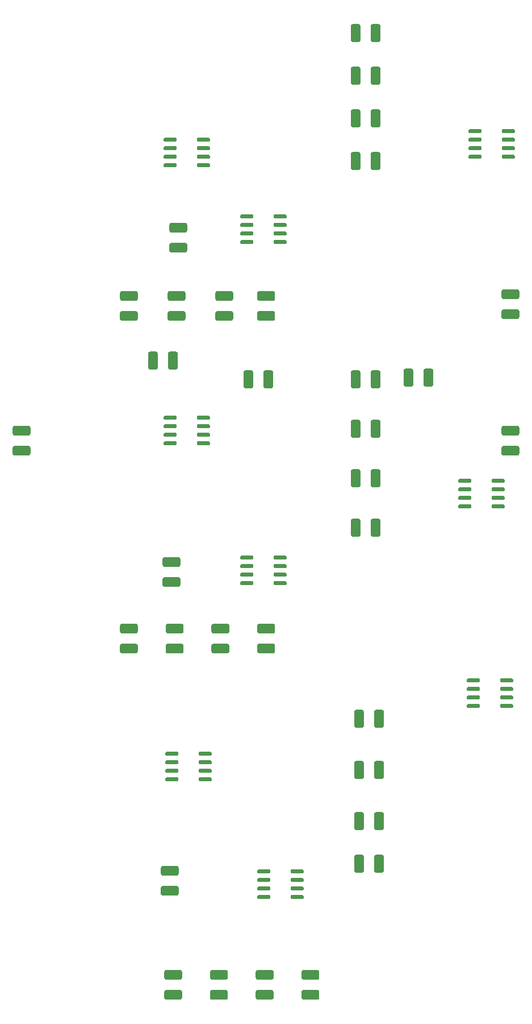
<source format=gtp>
%TF.GenerationSoftware,KiCad,Pcbnew,(5.1.6)-1*%
%TF.CreationDate,2024-03-01T18:25:56-06:00*%
%TF.ProjectId,Loop PCVR,4c6f6f70-2050-4435-9652-2e6b69636164,rev?*%
%TF.SameCoordinates,Original*%
%TF.FileFunction,Paste,Top*%
%TF.FilePolarity,Positive*%
%FSLAX46Y46*%
G04 Gerber Fmt 4.6, Leading zero omitted, Abs format (unit mm)*
G04 Created by KiCad (PCBNEW (5.1.6)-1) date 2024-03-01 18:25:56*
%MOMM*%
%LPD*%
G01*
G04 APERTURE LIST*
G04 APERTURE END LIST*
%TO.C,U7*%
G36*
G01*
X99036000Y-31265000D02*
X99036000Y-30965000D01*
G75*
G02*
X99186000Y-30815000I150000J0D01*
G01*
X100836000Y-30815000D01*
G75*
G02*
X100986000Y-30965000I0J-150000D01*
G01*
X100986000Y-31265000D01*
G75*
G02*
X100836000Y-31415000I-150000J0D01*
G01*
X99186000Y-31415000D01*
G75*
G02*
X99036000Y-31265000I0J150000D01*
G01*
G37*
G36*
G01*
X99036000Y-32535000D02*
X99036000Y-32235000D01*
G75*
G02*
X99186000Y-32085000I150000J0D01*
G01*
X100836000Y-32085000D01*
G75*
G02*
X100986000Y-32235000I0J-150000D01*
G01*
X100986000Y-32535000D01*
G75*
G02*
X100836000Y-32685000I-150000J0D01*
G01*
X99186000Y-32685000D01*
G75*
G02*
X99036000Y-32535000I0J150000D01*
G01*
G37*
G36*
G01*
X99036000Y-33805000D02*
X99036000Y-33505000D01*
G75*
G02*
X99186000Y-33355000I150000J0D01*
G01*
X100836000Y-33355000D01*
G75*
G02*
X100986000Y-33505000I0J-150000D01*
G01*
X100986000Y-33805000D01*
G75*
G02*
X100836000Y-33955000I-150000J0D01*
G01*
X99186000Y-33955000D01*
G75*
G02*
X99036000Y-33805000I0J150000D01*
G01*
G37*
G36*
G01*
X99036000Y-35075000D02*
X99036000Y-34775000D01*
G75*
G02*
X99186000Y-34625000I150000J0D01*
G01*
X100836000Y-34625000D01*
G75*
G02*
X100986000Y-34775000I0J-150000D01*
G01*
X100986000Y-35075000D01*
G75*
G02*
X100836000Y-35225000I-150000J0D01*
G01*
X99186000Y-35225000D01*
G75*
G02*
X99036000Y-35075000I0J150000D01*
G01*
G37*
G36*
G01*
X94086000Y-35075000D02*
X94086000Y-34775000D01*
G75*
G02*
X94236000Y-34625000I150000J0D01*
G01*
X95886000Y-34625000D01*
G75*
G02*
X96036000Y-34775000I0J-150000D01*
G01*
X96036000Y-35075000D01*
G75*
G02*
X95886000Y-35225000I-150000J0D01*
G01*
X94236000Y-35225000D01*
G75*
G02*
X94086000Y-35075000I0J150000D01*
G01*
G37*
G36*
G01*
X94086000Y-33805000D02*
X94086000Y-33505000D01*
G75*
G02*
X94236000Y-33355000I150000J0D01*
G01*
X95886000Y-33355000D01*
G75*
G02*
X96036000Y-33505000I0J-150000D01*
G01*
X96036000Y-33805000D01*
G75*
G02*
X95886000Y-33955000I-150000J0D01*
G01*
X94236000Y-33955000D01*
G75*
G02*
X94086000Y-33805000I0J150000D01*
G01*
G37*
G36*
G01*
X94086000Y-32535000D02*
X94086000Y-32235000D01*
G75*
G02*
X94236000Y-32085000I150000J0D01*
G01*
X95886000Y-32085000D01*
G75*
G02*
X96036000Y-32235000I0J-150000D01*
G01*
X96036000Y-32535000D01*
G75*
G02*
X95886000Y-32685000I-150000J0D01*
G01*
X94236000Y-32685000D01*
G75*
G02*
X94086000Y-32535000I0J150000D01*
G01*
G37*
G36*
G01*
X94086000Y-31265000D02*
X94086000Y-30965000D01*
G75*
G02*
X94236000Y-30815000I150000J0D01*
G01*
X95886000Y-30815000D01*
G75*
G02*
X96036000Y-30965000I0J-150000D01*
G01*
X96036000Y-31265000D01*
G75*
G02*
X95886000Y-31415000I-150000J0D01*
G01*
X94236000Y-31415000D01*
G75*
G02*
X94086000Y-31265000I0J150000D01*
G01*
G37*
%TD*%
%TO.C,U9*%
G36*
G01*
X98782000Y-113053000D02*
X98782000Y-112753000D01*
G75*
G02*
X98932000Y-112603000I150000J0D01*
G01*
X100582000Y-112603000D01*
G75*
G02*
X100732000Y-112753000I0J-150000D01*
G01*
X100732000Y-113053000D01*
G75*
G02*
X100582000Y-113203000I-150000J0D01*
G01*
X98932000Y-113203000D01*
G75*
G02*
X98782000Y-113053000I0J150000D01*
G01*
G37*
G36*
G01*
X98782000Y-114323000D02*
X98782000Y-114023000D01*
G75*
G02*
X98932000Y-113873000I150000J0D01*
G01*
X100582000Y-113873000D01*
G75*
G02*
X100732000Y-114023000I0J-150000D01*
G01*
X100732000Y-114323000D01*
G75*
G02*
X100582000Y-114473000I-150000J0D01*
G01*
X98932000Y-114473000D01*
G75*
G02*
X98782000Y-114323000I0J150000D01*
G01*
G37*
G36*
G01*
X98782000Y-115593000D02*
X98782000Y-115293000D01*
G75*
G02*
X98932000Y-115143000I150000J0D01*
G01*
X100582000Y-115143000D01*
G75*
G02*
X100732000Y-115293000I0J-150000D01*
G01*
X100732000Y-115593000D01*
G75*
G02*
X100582000Y-115743000I-150000J0D01*
G01*
X98932000Y-115743000D01*
G75*
G02*
X98782000Y-115593000I0J150000D01*
G01*
G37*
G36*
G01*
X98782000Y-116863000D02*
X98782000Y-116563000D01*
G75*
G02*
X98932000Y-116413000I150000J0D01*
G01*
X100582000Y-116413000D01*
G75*
G02*
X100732000Y-116563000I0J-150000D01*
G01*
X100732000Y-116863000D01*
G75*
G02*
X100582000Y-117013000I-150000J0D01*
G01*
X98932000Y-117013000D01*
G75*
G02*
X98782000Y-116863000I0J150000D01*
G01*
G37*
G36*
G01*
X93832000Y-116863000D02*
X93832000Y-116563000D01*
G75*
G02*
X93982000Y-116413000I150000J0D01*
G01*
X95632000Y-116413000D01*
G75*
G02*
X95782000Y-116563000I0J-150000D01*
G01*
X95782000Y-116863000D01*
G75*
G02*
X95632000Y-117013000I-150000J0D01*
G01*
X93982000Y-117013000D01*
G75*
G02*
X93832000Y-116863000I0J150000D01*
G01*
G37*
G36*
G01*
X93832000Y-115593000D02*
X93832000Y-115293000D01*
G75*
G02*
X93982000Y-115143000I150000J0D01*
G01*
X95632000Y-115143000D01*
G75*
G02*
X95782000Y-115293000I0J-150000D01*
G01*
X95782000Y-115593000D01*
G75*
G02*
X95632000Y-115743000I-150000J0D01*
G01*
X93982000Y-115743000D01*
G75*
G02*
X93832000Y-115593000I0J150000D01*
G01*
G37*
G36*
G01*
X93832000Y-114323000D02*
X93832000Y-114023000D01*
G75*
G02*
X93982000Y-113873000I150000J0D01*
G01*
X95632000Y-113873000D01*
G75*
G02*
X95782000Y-114023000I0J-150000D01*
G01*
X95782000Y-114323000D01*
G75*
G02*
X95632000Y-114473000I-150000J0D01*
G01*
X93982000Y-114473000D01*
G75*
G02*
X93832000Y-114323000I0J150000D01*
G01*
G37*
G36*
G01*
X93832000Y-113053000D02*
X93832000Y-112753000D01*
G75*
G02*
X93982000Y-112603000I150000J0D01*
G01*
X95632000Y-112603000D01*
G75*
G02*
X95782000Y-112753000I0J-150000D01*
G01*
X95782000Y-113053000D01*
G75*
G02*
X95632000Y-113203000I-150000J0D01*
G01*
X93982000Y-113203000D01*
G75*
G02*
X93832000Y-113053000I0J150000D01*
G01*
G37*
%TD*%
%TO.C,U8*%
G36*
G01*
X97512000Y-83335000D02*
X97512000Y-83035000D01*
G75*
G02*
X97662000Y-82885000I150000J0D01*
G01*
X99312000Y-82885000D01*
G75*
G02*
X99462000Y-83035000I0J-150000D01*
G01*
X99462000Y-83335000D01*
G75*
G02*
X99312000Y-83485000I-150000J0D01*
G01*
X97662000Y-83485000D01*
G75*
G02*
X97512000Y-83335000I0J150000D01*
G01*
G37*
G36*
G01*
X97512000Y-84605000D02*
X97512000Y-84305000D01*
G75*
G02*
X97662000Y-84155000I150000J0D01*
G01*
X99312000Y-84155000D01*
G75*
G02*
X99462000Y-84305000I0J-150000D01*
G01*
X99462000Y-84605000D01*
G75*
G02*
X99312000Y-84755000I-150000J0D01*
G01*
X97662000Y-84755000D01*
G75*
G02*
X97512000Y-84605000I0J150000D01*
G01*
G37*
G36*
G01*
X97512000Y-85875000D02*
X97512000Y-85575000D01*
G75*
G02*
X97662000Y-85425000I150000J0D01*
G01*
X99312000Y-85425000D01*
G75*
G02*
X99462000Y-85575000I0J-150000D01*
G01*
X99462000Y-85875000D01*
G75*
G02*
X99312000Y-86025000I-150000J0D01*
G01*
X97662000Y-86025000D01*
G75*
G02*
X97512000Y-85875000I0J150000D01*
G01*
G37*
G36*
G01*
X97512000Y-87145000D02*
X97512000Y-86845000D01*
G75*
G02*
X97662000Y-86695000I150000J0D01*
G01*
X99312000Y-86695000D01*
G75*
G02*
X99462000Y-86845000I0J-150000D01*
G01*
X99462000Y-87145000D01*
G75*
G02*
X99312000Y-87295000I-150000J0D01*
G01*
X97662000Y-87295000D01*
G75*
G02*
X97512000Y-87145000I0J150000D01*
G01*
G37*
G36*
G01*
X92562000Y-87145000D02*
X92562000Y-86845000D01*
G75*
G02*
X92712000Y-86695000I150000J0D01*
G01*
X94362000Y-86695000D01*
G75*
G02*
X94512000Y-86845000I0J-150000D01*
G01*
X94512000Y-87145000D01*
G75*
G02*
X94362000Y-87295000I-150000J0D01*
G01*
X92712000Y-87295000D01*
G75*
G02*
X92562000Y-87145000I0J150000D01*
G01*
G37*
G36*
G01*
X92562000Y-85875000D02*
X92562000Y-85575000D01*
G75*
G02*
X92712000Y-85425000I150000J0D01*
G01*
X94362000Y-85425000D01*
G75*
G02*
X94512000Y-85575000I0J-150000D01*
G01*
X94512000Y-85875000D01*
G75*
G02*
X94362000Y-86025000I-150000J0D01*
G01*
X92712000Y-86025000D01*
G75*
G02*
X92562000Y-85875000I0J150000D01*
G01*
G37*
G36*
G01*
X92562000Y-84605000D02*
X92562000Y-84305000D01*
G75*
G02*
X92712000Y-84155000I150000J0D01*
G01*
X94362000Y-84155000D01*
G75*
G02*
X94512000Y-84305000I0J-150000D01*
G01*
X94512000Y-84605000D01*
G75*
G02*
X94362000Y-84755000I-150000J0D01*
G01*
X92712000Y-84755000D01*
G75*
G02*
X92562000Y-84605000I0J150000D01*
G01*
G37*
G36*
G01*
X92562000Y-83335000D02*
X92562000Y-83035000D01*
G75*
G02*
X92712000Y-82885000I150000J0D01*
G01*
X94362000Y-82885000D01*
G75*
G02*
X94512000Y-83035000I0J-150000D01*
G01*
X94512000Y-83335000D01*
G75*
G02*
X94362000Y-83485000I-150000J0D01*
G01*
X92712000Y-83485000D01*
G75*
G02*
X92562000Y-83335000I0J150000D01*
G01*
G37*
%TD*%
%TO.C,R33*%
G36*
G01*
X99255000Y-77991000D02*
X101405000Y-77991000D01*
G75*
G02*
X101655000Y-78241000I0J-250000D01*
G01*
X101655000Y-79166000D01*
G75*
G02*
X101405000Y-79416000I-250000J0D01*
G01*
X99255000Y-79416000D01*
G75*
G02*
X99005000Y-79166000I0J250000D01*
G01*
X99005000Y-78241000D01*
G75*
G02*
X99255000Y-77991000I250000J0D01*
G01*
G37*
G36*
G01*
X99255000Y-75016000D02*
X101405000Y-75016000D01*
G75*
G02*
X101655000Y-75266000I0J-250000D01*
G01*
X101655000Y-76191000D01*
G75*
G02*
X101405000Y-76441000I-250000J0D01*
G01*
X99255000Y-76441000D01*
G75*
G02*
X99005000Y-76191000I0J250000D01*
G01*
X99005000Y-75266000D01*
G75*
G02*
X99255000Y-75016000I250000J0D01*
G01*
G37*
%TD*%
%TO.C,R32*%
G36*
G01*
X85839000Y-66743000D02*
X85839000Y-68893000D01*
G75*
G02*
X85589000Y-69143000I-250000J0D01*
G01*
X84664000Y-69143000D01*
G75*
G02*
X84414000Y-68893000I0J250000D01*
G01*
X84414000Y-66743000D01*
G75*
G02*
X84664000Y-66493000I250000J0D01*
G01*
X85589000Y-66493000D01*
G75*
G02*
X85839000Y-66743000I0J-250000D01*
G01*
G37*
G36*
G01*
X88814000Y-66743000D02*
X88814000Y-68893000D01*
G75*
G02*
X88564000Y-69143000I-250000J0D01*
G01*
X87639000Y-69143000D01*
G75*
G02*
X87389000Y-68893000I0J250000D01*
G01*
X87389000Y-66743000D01*
G75*
G02*
X87639000Y-66493000I250000J0D01*
G01*
X88564000Y-66493000D01*
G75*
G02*
X88814000Y-66743000I0J-250000D01*
G01*
G37*
%TD*%
%TO.C,R31*%
G36*
G01*
X101405000Y-56121000D02*
X99255000Y-56121000D01*
G75*
G02*
X99005000Y-55871000I0J250000D01*
G01*
X99005000Y-54946000D01*
G75*
G02*
X99255000Y-54696000I250000J0D01*
G01*
X101405000Y-54696000D01*
G75*
G02*
X101655000Y-54946000I0J-250000D01*
G01*
X101655000Y-55871000D01*
G75*
G02*
X101405000Y-56121000I-250000J0D01*
G01*
G37*
G36*
G01*
X101405000Y-59096000D02*
X99255000Y-59096000D01*
G75*
G02*
X99005000Y-58846000I0J250000D01*
G01*
X99005000Y-57921000D01*
G75*
G02*
X99255000Y-57671000I250000J0D01*
G01*
X101405000Y-57671000D01*
G75*
G02*
X101655000Y-57921000I0J-250000D01*
G01*
X101655000Y-58846000D01*
G75*
G02*
X101405000Y-59096000I-250000J0D01*
G01*
G37*
%TD*%
%TO.C,U6*%
G36*
G01*
X67540000Y-141501000D02*
X67540000Y-141201000D01*
G75*
G02*
X67690000Y-141051000I150000J0D01*
G01*
X69340000Y-141051000D01*
G75*
G02*
X69490000Y-141201000I0J-150000D01*
G01*
X69490000Y-141501000D01*
G75*
G02*
X69340000Y-141651000I-150000J0D01*
G01*
X67690000Y-141651000D01*
G75*
G02*
X67540000Y-141501000I0J150000D01*
G01*
G37*
G36*
G01*
X67540000Y-142771000D02*
X67540000Y-142471000D01*
G75*
G02*
X67690000Y-142321000I150000J0D01*
G01*
X69340000Y-142321000D01*
G75*
G02*
X69490000Y-142471000I0J-150000D01*
G01*
X69490000Y-142771000D01*
G75*
G02*
X69340000Y-142921000I-150000J0D01*
G01*
X67690000Y-142921000D01*
G75*
G02*
X67540000Y-142771000I0J150000D01*
G01*
G37*
G36*
G01*
X67540000Y-144041000D02*
X67540000Y-143741000D01*
G75*
G02*
X67690000Y-143591000I150000J0D01*
G01*
X69340000Y-143591000D01*
G75*
G02*
X69490000Y-143741000I0J-150000D01*
G01*
X69490000Y-144041000D01*
G75*
G02*
X69340000Y-144191000I-150000J0D01*
G01*
X67690000Y-144191000D01*
G75*
G02*
X67540000Y-144041000I0J150000D01*
G01*
G37*
G36*
G01*
X67540000Y-145311000D02*
X67540000Y-145011000D01*
G75*
G02*
X67690000Y-144861000I150000J0D01*
G01*
X69340000Y-144861000D01*
G75*
G02*
X69490000Y-145011000I0J-150000D01*
G01*
X69490000Y-145311000D01*
G75*
G02*
X69340000Y-145461000I-150000J0D01*
G01*
X67690000Y-145461000D01*
G75*
G02*
X67540000Y-145311000I0J150000D01*
G01*
G37*
G36*
G01*
X62590000Y-145311000D02*
X62590000Y-145011000D01*
G75*
G02*
X62740000Y-144861000I150000J0D01*
G01*
X64390000Y-144861000D01*
G75*
G02*
X64540000Y-145011000I0J-150000D01*
G01*
X64540000Y-145311000D01*
G75*
G02*
X64390000Y-145461000I-150000J0D01*
G01*
X62740000Y-145461000D01*
G75*
G02*
X62590000Y-145311000I0J150000D01*
G01*
G37*
G36*
G01*
X62590000Y-144041000D02*
X62590000Y-143741000D01*
G75*
G02*
X62740000Y-143591000I150000J0D01*
G01*
X64390000Y-143591000D01*
G75*
G02*
X64540000Y-143741000I0J-150000D01*
G01*
X64540000Y-144041000D01*
G75*
G02*
X64390000Y-144191000I-150000J0D01*
G01*
X62740000Y-144191000D01*
G75*
G02*
X62590000Y-144041000I0J150000D01*
G01*
G37*
G36*
G01*
X62590000Y-142771000D02*
X62590000Y-142471000D01*
G75*
G02*
X62740000Y-142321000I150000J0D01*
G01*
X64390000Y-142321000D01*
G75*
G02*
X64540000Y-142471000I0J-150000D01*
G01*
X64540000Y-142771000D01*
G75*
G02*
X64390000Y-142921000I-150000J0D01*
G01*
X62740000Y-142921000D01*
G75*
G02*
X62590000Y-142771000I0J150000D01*
G01*
G37*
G36*
G01*
X62590000Y-141501000D02*
X62590000Y-141201000D01*
G75*
G02*
X62740000Y-141051000I150000J0D01*
G01*
X64390000Y-141051000D01*
G75*
G02*
X64540000Y-141201000I0J-150000D01*
G01*
X64540000Y-141501000D01*
G75*
G02*
X64390000Y-141651000I-150000J0D01*
G01*
X62740000Y-141651000D01*
G75*
G02*
X62590000Y-141501000I0J150000D01*
G01*
G37*
%TD*%
%TO.C,U5*%
G36*
G01*
X65000000Y-94765000D02*
X65000000Y-94465000D01*
G75*
G02*
X65150000Y-94315000I150000J0D01*
G01*
X66800000Y-94315000D01*
G75*
G02*
X66950000Y-94465000I0J-150000D01*
G01*
X66950000Y-94765000D01*
G75*
G02*
X66800000Y-94915000I-150000J0D01*
G01*
X65150000Y-94915000D01*
G75*
G02*
X65000000Y-94765000I0J150000D01*
G01*
G37*
G36*
G01*
X65000000Y-96035000D02*
X65000000Y-95735000D01*
G75*
G02*
X65150000Y-95585000I150000J0D01*
G01*
X66800000Y-95585000D01*
G75*
G02*
X66950000Y-95735000I0J-150000D01*
G01*
X66950000Y-96035000D01*
G75*
G02*
X66800000Y-96185000I-150000J0D01*
G01*
X65150000Y-96185000D01*
G75*
G02*
X65000000Y-96035000I0J150000D01*
G01*
G37*
G36*
G01*
X65000000Y-97305000D02*
X65000000Y-97005000D01*
G75*
G02*
X65150000Y-96855000I150000J0D01*
G01*
X66800000Y-96855000D01*
G75*
G02*
X66950000Y-97005000I0J-150000D01*
G01*
X66950000Y-97305000D01*
G75*
G02*
X66800000Y-97455000I-150000J0D01*
G01*
X65150000Y-97455000D01*
G75*
G02*
X65000000Y-97305000I0J150000D01*
G01*
G37*
G36*
G01*
X65000000Y-98575000D02*
X65000000Y-98275000D01*
G75*
G02*
X65150000Y-98125000I150000J0D01*
G01*
X66800000Y-98125000D01*
G75*
G02*
X66950000Y-98275000I0J-150000D01*
G01*
X66950000Y-98575000D01*
G75*
G02*
X66800000Y-98725000I-150000J0D01*
G01*
X65150000Y-98725000D01*
G75*
G02*
X65000000Y-98575000I0J150000D01*
G01*
G37*
G36*
G01*
X60050000Y-98575000D02*
X60050000Y-98275000D01*
G75*
G02*
X60200000Y-98125000I150000J0D01*
G01*
X61850000Y-98125000D01*
G75*
G02*
X62000000Y-98275000I0J-150000D01*
G01*
X62000000Y-98575000D01*
G75*
G02*
X61850000Y-98725000I-150000J0D01*
G01*
X60200000Y-98725000D01*
G75*
G02*
X60050000Y-98575000I0J150000D01*
G01*
G37*
G36*
G01*
X60050000Y-97305000D02*
X60050000Y-97005000D01*
G75*
G02*
X60200000Y-96855000I150000J0D01*
G01*
X61850000Y-96855000D01*
G75*
G02*
X62000000Y-97005000I0J-150000D01*
G01*
X62000000Y-97305000D01*
G75*
G02*
X61850000Y-97455000I-150000J0D01*
G01*
X60200000Y-97455000D01*
G75*
G02*
X60050000Y-97305000I0J150000D01*
G01*
G37*
G36*
G01*
X60050000Y-96035000D02*
X60050000Y-95735000D01*
G75*
G02*
X60200000Y-95585000I150000J0D01*
G01*
X61850000Y-95585000D01*
G75*
G02*
X62000000Y-95735000I0J-150000D01*
G01*
X62000000Y-96035000D01*
G75*
G02*
X61850000Y-96185000I-150000J0D01*
G01*
X60200000Y-96185000D01*
G75*
G02*
X60050000Y-96035000I0J150000D01*
G01*
G37*
G36*
G01*
X60050000Y-94765000D02*
X60050000Y-94465000D01*
G75*
G02*
X60200000Y-94315000I150000J0D01*
G01*
X61850000Y-94315000D01*
G75*
G02*
X62000000Y-94465000I0J-150000D01*
G01*
X62000000Y-94765000D01*
G75*
G02*
X61850000Y-94915000I-150000J0D01*
G01*
X60200000Y-94915000D01*
G75*
G02*
X60050000Y-94765000I0J150000D01*
G01*
G37*
%TD*%
%TO.C,U4*%
G36*
G01*
X65000000Y-43965000D02*
X65000000Y-43665000D01*
G75*
G02*
X65150000Y-43515000I150000J0D01*
G01*
X66800000Y-43515000D01*
G75*
G02*
X66950000Y-43665000I0J-150000D01*
G01*
X66950000Y-43965000D01*
G75*
G02*
X66800000Y-44115000I-150000J0D01*
G01*
X65150000Y-44115000D01*
G75*
G02*
X65000000Y-43965000I0J150000D01*
G01*
G37*
G36*
G01*
X65000000Y-45235000D02*
X65000000Y-44935000D01*
G75*
G02*
X65150000Y-44785000I150000J0D01*
G01*
X66800000Y-44785000D01*
G75*
G02*
X66950000Y-44935000I0J-150000D01*
G01*
X66950000Y-45235000D01*
G75*
G02*
X66800000Y-45385000I-150000J0D01*
G01*
X65150000Y-45385000D01*
G75*
G02*
X65000000Y-45235000I0J150000D01*
G01*
G37*
G36*
G01*
X65000000Y-46505000D02*
X65000000Y-46205000D01*
G75*
G02*
X65150000Y-46055000I150000J0D01*
G01*
X66800000Y-46055000D01*
G75*
G02*
X66950000Y-46205000I0J-150000D01*
G01*
X66950000Y-46505000D01*
G75*
G02*
X66800000Y-46655000I-150000J0D01*
G01*
X65150000Y-46655000D01*
G75*
G02*
X65000000Y-46505000I0J150000D01*
G01*
G37*
G36*
G01*
X65000000Y-47775000D02*
X65000000Y-47475000D01*
G75*
G02*
X65150000Y-47325000I150000J0D01*
G01*
X66800000Y-47325000D01*
G75*
G02*
X66950000Y-47475000I0J-150000D01*
G01*
X66950000Y-47775000D01*
G75*
G02*
X66800000Y-47925000I-150000J0D01*
G01*
X65150000Y-47925000D01*
G75*
G02*
X65000000Y-47775000I0J150000D01*
G01*
G37*
G36*
G01*
X60050000Y-47775000D02*
X60050000Y-47475000D01*
G75*
G02*
X60200000Y-47325000I150000J0D01*
G01*
X61850000Y-47325000D01*
G75*
G02*
X62000000Y-47475000I0J-150000D01*
G01*
X62000000Y-47775000D01*
G75*
G02*
X61850000Y-47925000I-150000J0D01*
G01*
X60200000Y-47925000D01*
G75*
G02*
X60050000Y-47775000I0J150000D01*
G01*
G37*
G36*
G01*
X60050000Y-46505000D02*
X60050000Y-46205000D01*
G75*
G02*
X60200000Y-46055000I150000J0D01*
G01*
X61850000Y-46055000D01*
G75*
G02*
X62000000Y-46205000I0J-150000D01*
G01*
X62000000Y-46505000D01*
G75*
G02*
X61850000Y-46655000I-150000J0D01*
G01*
X60200000Y-46655000D01*
G75*
G02*
X60050000Y-46505000I0J150000D01*
G01*
G37*
G36*
G01*
X60050000Y-45235000D02*
X60050000Y-44935000D01*
G75*
G02*
X60200000Y-44785000I150000J0D01*
G01*
X61850000Y-44785000D01*
G75*
G02*
X62000000Y-44935000I0J-150000D01*
G01*
X62000000Y-45235000D01*
G75*
G02*
X61850000Y-45385000I-150000J0D01*
G01*
X60200000Y-45385000D01*
G75*
G02*
X60050000Y-45235000I0J150000D01*
G01*
G37*
G36*
G01*
X60050000Y-43965000D02*
X60050000Y-43665000D01*
G75*
G02*
X60200000Y-43515000I150000J0D01*
G01*
X61850000Y-43515000D01*
G75*
G02*
X62000000Y-43665000I0J-150000D01*
G01*
X62000000Y-43965000D01*
G75*
G02*
X61850000Y-44115000I-150000J0D01*
G01*
X60200000Y-44115000D01*
G75*
G02*
X60050000Y-43965000I0J150000D01*
G01*
G37*
%TD*%
%TO.C,U3*%
G36*
G01*
X53824000Y-123975000D02*
X53824000Y-123675000D01*
G75*
G02*
X53974000Y-123525000I150000J0D01*
G01*
X55624000Y-123525000D01*
G75*
G02*
X55774000Y-123675000I0J-150000D01*
G01*
X55774000Y-123975000D01*
G75*
G02*
X55624000Y-124125000I-150000J0D01*
G01*
X53974000Y-124125000D01*
G75*
G02*
X53824000Y-123975000I0J150000D01*
G01*
G37*
G36*
G01*
X53824000Y-125245000D02*
X53824000Y-124945000D01*
G75*
G02*
X53974000Y-124795000I150000J0D01*
G01*
X55624000Y-124795000D01*
G75*
G02*
X55774000Y-124945000I0J-150000D01*
G01*
X55774000Y-125245000D01*
G75*
G02*
X55624000Y-125395000I-150000J0D01*
G01*
X53974000Y-125395000D01*
G75*
G02*
X53824000Y-125245000I0J150000D01*
G01*
G37*
G36*
G01*
X53824000Y-126515000D02*
X53824000Y-126215000D01*
G75*
G02*
X53974000Y-126065000I150000J0D01*
G01*
X55624000Y-126065000D01*
G75*
G02*
X55774000Y-126215000I0J-150000D01*
G01*
X55774000Y-126515000D01*
G75*
G02*
X55624000Y-126665000I-150000J0D01*
G01*
X53974000Y-126665000D01*
G75*
G02*
X53824000Y-126515000I0J150000D01*
G01*
G37*
G36*
G01*
X53824000Y-127785000D02*
X53824000Y-127485000D01*
G75*
G02*
X53974000Y-127335000I150000J0D01*
G01*
X55624000Y-127335000D01*
G75*
G02*
X55774000Y-127485000I0J-150000D01*
G01*
X55774000Y-127785000D01*
G75*
G02*
X55624000Y-127935000I-150000J0D01*
G01*
X53974000Y-127935000D01*
G75*
G02*
X53824000Y-127785000I0J150000D01*
G01*
G37*
G36*
G01*
X48874000Y-127785000D02*
X48874000Y-127485000D01*
G75*
G02*
X49024000Y-127335000I150000J0D01*
G01*
X50674000Y-127335000D01*
G75*
G02*
X50824000Y-127485000I0J-150000D01*
G01*
X50824000Y-127785000D01*
G75*
G02*
X50674000Y-127935000I-150000J0D01*
G01*
X49024000Y-127935000D01*
G75*
G02*
X48874000Y-127785000I0J150000D01*
G01*
G37*
G36*
G01*
X48874000Y-126515000D02*
X48874000Y-126215000D01*
G75*
G02*
X49024000Y-126065000I150000J0D01*
G01*
X50674000Y-126065000D01*
G75*
G02*
X50824000Y-126215000I0J-150000D01*
G01*
X50824000Y-126515000D01*
G75*
G02*
X50674000Y-126665000I-150000J0D01*
G01*
X49024000Y-126665000D01*
G75*
G02*
X48874000Y-126515000I0J150000D01*
G01*
G37*
G36*
G01*
X48874000Y-125245000D02*
X48874000Y-124945000D01*
G75*
G02*
X49024000Y-124795000I150000J0D01*
G01*
X50674000Y-124795000D01*
G75*
G02*
X50824000Y-124945000I0J-150000D01*
G01*
X50824000Y-125245000D01*
G75*
G02*
X50674000Y-125395000I-150000J0D01*
G01*
X49024000Y-125395000D01*
G75*
G02*
X48874000Y-125245000I0J150000D01*
G01*
G37*
G36*
G01*
X48874000Y-123975000D02*
X48874000Y-123675000D01*
G75*
G02*
X49024000Y-123525000I150000J0D01*
G01*
X50674000Y-123525000D01*
G75*
G02*
X50824000Y-123675000I0J-150000D01*
G01*
X50824000Y-123975000D01*
G75*
G02*
X50674000Y-124125000I-150000J0D01*
G01*
X49024000Y-124125000D01*
G75*
G02*
X48874000Y-123975000I0J150000D01*
G01*
G37*
%TD*%
%TO.C,U2*%
G36*
G01*
X53570000Y-73937000D02*
X53570000Y-73637000D01*
G75*
G02*
X53720000Y-73487000I150000J0D01*
G01*
X55370000Y-73487000D01*
G75*
G02*
X55520000Y-73637000I0J-150000D01*
G01*
X55520000Y-73937000D01*
G75*
G02*
X55370000Y-74087000I-150000J0D01*
G01*
X53720000Y-74087000D01*
G75*
G02*
X53570000Y-73937000I0J150000D01*
G01*
G37*
G36*
G01*
X53570000Y-75207000D02*
X53570000Y-74907000D01*
G75*
G02*
X53720000Y-74757000I150000J0D01*
G01*
X55370000Y-74757000D01*
G75*
G02*
X55520000Y-74907000I0J-150000D01*
G01*
X55520000Y-75207000D01*
G75*
G02*
X55370000Y-75357000I-150000J0D01*
G01*
X53720000Y-75357000D01*
G75*
G02*
X53570000Y-75207000I0J150000D01*
G01*
G37*
G36*
G01*
X53570000Y-76477000D02*
X53570000Y-76177000D01*
G75*
G02*
X53720000Y-76027000I150000J0D01*
G01*
X55370000Y-76027000D01*
G75*
G02*
X55520000Y-76177000I0J-150000D01*
G01*
X55520000Y-76477000D01*
G75*
G02*
X55370000Y-76627000I-150000J0D01*
G01*
X53720000Y-76627000D01*
G75*
G02*
X53570000Y-76477000I0J150000D01*
G01*
G37*
G36*
G01*
X53570000Y-77747000D02*
X53570000Y-77447000D01*
G75*
G02*
X53720000Y-77297000I150000J0D01*
G01*
X55370000Y-77297000D01*
G75*
G02*
X55520000Y-77447000I0J-150000D01*
G01*
X55520000Y-77747000D01*
G75*
G02*
X55370000Y-77897000I-150000J0D01*
G01*
X53720000Y-77897000D01*
G75*
G02*
X53570000Y-77747000I0J150000D01*
G01*
G37*
G36*
G01*
X48620000Y-77747000D02*
X48620000Y-77447000D01*
G75*
G02*
X48770000Y-77297000I150000J0D01*
G01*
X50420000Y-77297000D01*
G75*
G02*
X50570000Y-77447000I0J-150000D01*
G01*
X50570000Y-77747000D01*
G75*
G02*
X50420000Y-77897000I-150000J0D01*
G01*
X48770000Y-77897000D01*
G75*
G02*
X48620000Y-77747000I0J150000D01*
G01*
G37*
G36*
G01*
X48620000Y-76477000D02*
X48620000Y-76177000D01*
G75*
G02*
X48770000Y-76027000I150000J0D01*
G01*
X50420000Y-76027000D01*
G75*
G02*
X50570000Y-76177000I0J-150000D01*
G01*
X50570000Y-76477000D01*
G75*
G02*
X50420000Y-76627000I-150000J0D01*
G01*
X48770000Y-76627000D01*
G75*
G02*
X48620000Y-76477000I0J150000D01*
G01*
G37*
G36*
G01*
X48620000Y-75207000D02*
X48620000Y-74907000D01*
G75*
G02*
X48770000Y-74757000I150000J0D01*
G01*
X50420000Y-74757000D01*
G75*
G02*
X50570000Y-74907000I0J-150000D01*
G01*
X50570000Y-75207000D01*
G75*
G02*
X50420000Y-75357000I-150000J0D01*
G01*
X48770000Y-75357000D01*
G75*
G02*
X48620000Y-75207000I0J150000D01*
G01*
G37*
G36*
G01*
X48620000Y-73937000D02*
X48620000Y-73637000D01*
G75*
G02*
X48770000Y-73487000I150000J0D01*
G01*
X50420000Y-73487000D01*
G75*
G02*
X50570000Y-73637000I0J-150000D01*
G01*
X50570000Y-73937000D01*
G75*
G02*
X50420000Y-74087000I-150000J0D01*
G01*
X48770000Y-74087000D01*
G75*
G02*
X48620000Y-73937000I0J150000D01*
G01*
G37*
%TD*%
%TO.C,U1*%
G36*
G01*
X53570000Y-32535000D02*
X53570000Y-32235000D01*
G75*
G02*
X53720000Y-32085000I150000J0D01*
G01*
X55370000Y-32085000D01*
G75*
G02*
X55520000Y-32235000I0J-150000D01*
G01*
X55520000Y-32535000D01*
G75*
G02*
X55370000Y-32685000I-150000J0D01*
G01*
X53720000Y-32685000D01*
G75*
G02*
X53570000Y-32535000I0J150000D01*
G01*
G37*
G36*
G01*
X53570000Y-33805000D02*
X53570000Y-33505000D01*
G75*
G02*
X53720000Y-33355000I150000J0D01*
G01*
X55370000Y-33355000D01*
G75*
G02*
X55520000Y-33505000I0J-150000D01*
G01*
X55520000Y-33805000D01*
G75*
G02*
X55370000Y-33955000I-150000J0D01*
G01*
X53720000Y-33955000D01*
G75*
G02*
X53570000Y-33805000I0J150000D01*
G01*
G37*
G36*
G01*
X53570000Y-35075000D02*
X53570000Y-34775000D01*
G75*
G02*
X53720000Y-34625000I150000J0D01*
G01*
X55370000Y-34625000D01*
G75*
G02*
X55520000Y-34775000I0J-150000D01*
G01*
X55520000Y-35075000D01*
G75*
G02*
X55370000Y-35225000I-150000J0D01*
G01*
X53720000Y-35225000D01*
G75*
G02*
X53570000Y-35075000I0J150000D01*
G01*
G37*
G36*
G01*
X53570000Y-36345000D02*
X53570000Y-36045000D01*
G75*
G02*
X53720000Y-35895000I150000J0D01*
G01*
X55370000Y-35895000D01*
G75*
G02*
X55520000Y-36045000I0J-150000D01*
G01*
X55520000Y-36345000D01*
G75*
G02*
X55370000Y-36495000I-150000J0D01*
G01*
X53720000Y-36495000D01*
G75*
G02*
X53570000Y-36345000I0J150000D01*
G01*
G37*
G36*
G01*
X48620000Y-36345000D02*
X48620000Y-36045000D01*
G75*
G02*
X48770000Y-35895000I150000J0D01*
G01*
X50420000Y-35895000D01*
G75*
G02*
X50570000Y-36045000I0J-150000D01*
G01*
X50570000Y-36345000D01*
G75*
G02*
X50420000Y-36495000I-150000J0D01*
G01*
X48770000Y-36495000D01*
G75*
G02*
X48620000Y-36345000I0J150000D01*
G01*
G37*
G36*
G01*
X48620000Y-35075000D02*
X48620000Y-34775000D01*
G75*
G02*
X48770000Y-34625000I150000J0D01*
G01*
X50420000Y-34625000D01*
G75*
G02*
X50570000Y-34775000I0J-150000D01*
G01*
X50570000Y-35075000D01*
G75*
G02*
X50420000Y-35225000I-150000J0D01*
G01*
X48770000Y-35225000D01*
G75*
G02*
X48620000Y-35075000I0J150000D01*
G01*
G37*
G36*
G01*
X48620000Y-33805000D02*
X48620000Y-33505000D01*
G75*
G02*
X48770000Y-33355000I150000J0D01*
G01*
X50420000Y-33355000D01*
G75*
G02*
X50570000Y-33505000I0J-150000D01*
G01*
X50570000Y-33805000D01*
G75*
G02*
X50420000Y-33955000I-150000J0D01*
G01*
X48770000Y-33955000D01*
G75*
G02*
X48620000Y-33805000I0J150000D01*
G01*
G37*
G36*
G01*
X48620000Y-32535000D02*
X48620000Y-32235000D01*
G75*
G02*
X48770000Y-32085000I150000J0D01*
G01*
X50420000Y-32085000D01*
G75*
G02*
X50570000Y-32235000I0J-150000D01*
G01*
X50570000Y-32535000D01*
G75*
G02*
X50420000Y-32685000I-150000J0D01*
G01*
X48770000Y-32685000D01*
G75*
G02*
X48620000Y-32535000I0J150000D01*
G01*
G37*
%TD*%
%TO.C,R29*%
G36*
G01*
X63513000Y-69147000D02*
X63513000Y-66997000D01*
G75*
G02*
X63763000Y-66747000I250000J0D01*
G01*
X64688000Y-66747000D01*
G75*
G02*
X64938000Y-66997000I0J-250000D01*
G01*
X64938000Y-69147000D01*
G75*
G02*
X64688000Y-69397000I-250000J0D01*
G01*
X63763000Y-69397000D01*
G75*
G02*
X63513000Y-69147000I0J250000D01*
G01*
G37*
G36*
G01*
X60538000Y-69147000D02*
X60538000Y-66997000D01*
G75*
G02*
X60788000Y-66747000I250000J0D01*
G01*
X61713000Y-66747000D01*
G75*
G02*
X61963000Y-66997000I0J-250000D01*
G01*
X61963000Y-69147000D01*
G75*
G02*
X61713000Y-69397000I-250000J0D01*
G01*
X60788000Y-69397000D01*
G75*
G02*
X60538000Y-69147000I0J250000D01*
G01*
G37*
%TD*%
%TO.C,R28*%
G36*
G01*
X49289000Y-66353000D02*
X49289000Y-64203000D01*
G75*
G02*
X49539000Y-63953000I250000J0D01*
G01*
X50464000Y-63953000D01*
G75*
G02*
X50714000Y-64203000I0J-250000D01*
G01*
X50714000Y-66353000D01*
G75*
G02*
X50464000Y-66603000I-250000J0D01*
G01*
X49539000Y-66603000D01*
G75*
G02*
X49289000Y-66353000I0J250000D01*
G01*
G37*
G36*
G01*
X46314000Y-66353000D02*
X46314000Y-64203000D01*
G75*
G02*
X46564000Y-63953000I250000J0D01*
G01*
X47489000Y-63953000D01*
G75*
G02*
X47739000Y-64203000I0J-250000D01*
G01*
X47739000Y-66353000D01*
G75*
G02*
X47489000Y-66603000I-250000J0D01*
G01*
X46564000Y-66603000D01*
G75*
G02*
X46314000Y-66353000I0J250000D01*
G01*
G37*
%TD*%
%TO.C,R30*%
G36*
G01*
X26357000Y-77991000D02*
X28507000Y-77991000D01*
G75*
G02*
X28757000Y-78241000I0J-250000D01*
G01*
X28757000Y-79166000D01*
G75*
G02*
X28507000Y-79416000I-250000J0D01*
G01*
X26357000Y-79416000D01*
G75*
G02*
X26107000Y-79166000I0J250000D01*
G01*
X26107000Y-78241000D01*
G75*
G02*
X26357000Y-77991000I250000J0D01*
G01*
G37*
G36*
G01*
X26357000Y-75016000D02*
X28507000Y-75016000D01*
G75*
G02*
X28757000Y-75266000I0J-250000D01*
G01*
X28757000Y-76191000D01*
G75*
G02*
X28507000Y-76441000I-250000J0D01*
G01*
X26357000Y-76441000D01*
G75*
G02*
X26107000Y-76191000I0J250000D01*
G01*
X26107000Y-75266000D01*
G75*
G02*
X26357000Y-75016000I250000J0D01*
G01*
G37*
%TD*%
%TO.C,R27*%
G36*
G01*
X80023000Y-141283000D02*
X80023000Y-139133000D01*
G75*
G02*
X80273000Y-138883000I250000J0D01*
G01*
X81198000Y-138883000D01*
G75*
G02*
X81448000Y-139133000I0J-250000D01*
G01*
X81448000Y-141283000D01*
G75*
G02*
X81198000Y-141533000I-250000J0D01*
G01*
X80273000Y-141533000D01*
G75*
G02*
X80023000Y-141283000I0J250000D01*
G01*
G37*
G36*
G01*
X77048000Y-141283000D02*
X77048000Y-139133000D01*
G75*
G02*
X77298000Y-138883000I250000J0D01*
G01*
X78223000Y-138883000D01*
G75*
G02*
X78473000Y-139133000I0J-250000D01*
G01*
X78473000Y-141283000D01*
G75*
G02*
X78223000Y-141533000I-250000J0D01*
G01*
X77298000Y-141533000D01*
G75*
G02*
X77048000Y-141283000I0J250000D01*
G01*
G37*
%TD*%
%TO.C,R26*%
G36*
G01*
X80023000Y-134933000D02*
X80023000Y-132783000D01*
G75*
G02*
X80273000Y-132533000I250000J0D01*
G01*
X81198000Y-132533000D01*
G75*
G02*
X81448000Y-132783000I0J-250000D01*
G01*
X81448000Y-134933000D01*
G75*
G02*
X81198000Y-135183000I-250000J0D01*
G01*
X80273000Y-135183000D01*
G75*
G02*
X80023000Y-134933000I0J250000D01*
G01*
G37*
G36*
G01*
X77048000Y-134933000D02*
X77048000Y-132783000D01*
G75*
G02*
X77298000Y-132533000I250000J0D01*
G01*
X78223000Y-132533000D01*
G75*
G02*
X78473000Y-132783000I0J-250000D01*
G01*
X78473000Y-134933000D01*
G75*
G02*
X78223000Y-135183000I-250000J0D01*
G01*
X77298000Y-135183000D01*
G75*
G02*
X77048000Y-134933000I0J250000D01*
G01*
G37*
%TD*%
%TO.C,R25*%
G36*
G01*
X80023000Y-127313000D02*
X80023000Y-125163000D01*
G75*
G02*
X80273000Y-124913000I250000J0D01*
G01*
X81198000Y-124913000D01*
G75*
G02*
X81448000Y-125163000I0J-250000D01*
G01*
X81448000Y-127313000D01*
G75*
G02*
X81198000Y-127563000I-250000J0D01*
G01*
X80273000Y-127563000D01*
G75*
G02*
X80023000Y-127313000I0J250000D01*
G01*
G37*
G36*
G01*
X77048000Y-127313000D02*
X77048000Y-125163000D01*
G75*
G02*
X77298000Y-124913000I250000J0D01*
G01*
X78223000Y-124913000D01*
G75*
G02*
X78473000Y-125163000I0J-250000D01*
G01*
X78473000Y-127313000D01*
G75*
G02*
X78223000Y-127563000I-250000J0D01*
G01*
X77298000Y-127563000D01*
G75*
G02*
X77048000Y-127313000I0J250000D01*
G01*
G37*
%TD*%
%TO.C,R24*%
G36*
G01*
X80023000Y-119693000D02*
X80023000Y-117543000D01*
G75*
G02*
X80273000Y-117293000I250000J0D01*
G01*
X81198000Y-117293000D01*
G75*
G02*
X81448000Y-117543000I0J-250000D01*
G01*
X81448000Y-119693000D01*
G75*
G02*
X81198000Y-119943000I-250000J0D01*
G01*
X80273000Y-119943000D01*
G75*
G02*
X80023000Y-119693000I0J250000D01*
G01*
G37*
G36*
G01*
X77048000Y-119693000D02*
X77048000Y-117543000D01*
G75*
G02*
X77298000Y-117293000I250000J0D01*
G01*
X78223000Y-117293000D01*
G75*
G02*
X78473000Y-117543000I0J-250000D01*
G01*
X78473000Y-119693000D01*
G75*
G02*
X78223000Y-119943000I-250000J0D01*
G01*
X77298000Y-119943000D01*
G75*
G02*
X77048000Y-119693000I0J250000D01*
G01*
G37*
%TD*%
%TO.C,R23*%
G36*
G01*
X79515000Y-91245000D02*
X79515000Y-89095000D01*
G75*
G02*
X79765000Y-88845000I250000J0D01*
G01*
X80690000Y-88845000D01*
G75*
G02*
X80940000Y-89095000I0J-250000D01*
G01*
X80940000Y-91245000D01*
G75*
G02*
X80690000Y-91495000I-250000J0D01*
G01*
X79765000Y-91495000D01*
G75*
G02*
X79515000Y-91245000I0J250000D01*
G01*
G37*
G36*
G01*
X76540000Y-91245000D02*
X76540000Y-89095000D01*
G75*
G02*
X76790000Y-88845000I250000J0D01*
G01*
X77715000Y-88845000D01*
G75*
G02*
X77965000Y-89095000I0J-250000D01*
G01*
X77965000Y-91245000D01*
G75*
G02*
X77715000Y-91495000I-250000J0D01*
G01*
X76790000Y-91495000D01*
G75*
G02*
X76540000Y-91245000I0J250000D01*
G01*
G37*
%TD*%
%TO.C,R22*%
G36*
G01*
X79515000Y-83879000D02*
X79515000Y-81729000D01*
G75*
G02*
X79765000Y-81479000I250000J0D01*
G01*
X80690000Y-81479000D01*
G75*
G02*
X80940000Y-81729000I0J-250000D01*
G01*
X80940000Y-83879000D01*
G75*
G02*
X80690000Y-84129000I-250000J0D01*
G01*
X79765000Y-84129000D01*
G75*
G02*
X79515000Y-83879000I0J250000D01*
G01*
G37*
G36*
G01*
X76540000Y-83879000D02*
X76540000Y-81729000D01*
G75*
G02*
X76790000Y-81479000I250000J0D01*
G01*
X77715000Y-81479000D01*
G75*
G02*
X77965000Y-81729000I0J-250000D01*
G01*
X77965000Y-83879000D01*
G75*
G02*
X77715000Y-84129000I-250000J0D01*
G01*
X76790000Y-84129000D01*
G75*
G02*
X76540000Y-83879000I0J250000D01*
G01*
G37*
%TD*%
%TO.C,R21*%
G36*
G01*
X79515000Y-76513000D02*
X79515000Y-74363000D01*
G75*
G02*
X79765000Y-74113000I250000J0D01*
G01*
X80690000Y-74113000D01*
G75*
G02*
X80940000Y-74363000I0J-250000D01*
G01*
X80940000Y-76513000D01*
G75*
G02*
X80690000Y-76763000I-250000J0D01*
G01*
X79765000Y-76763000D01*
G75*
G02*
X79515000Y-76513000I0J250000D01*
G01*
G37*
G36*
G01*
X76540000Y-76513000D02*
X76540000Y-74363000D01*
G75*
G02*
X76790000Y-74113000I250000J0D01*
G01*
X77715000Y-74113000D01*
G75*
G02*
X77965000Y-74363000I0J-250000D01*
G01*
X77965000Y-76513000D01*
G75*
G02*
X77715000Y-76763000I-250000J0D01*
G01*
X76790000Y-76763000D01*
G75*
G02*
X76540000Y-76513000I0J250000D01*
G01*
G37*
%TD*%
%TO.C,R20*%
G36*
G01*
X79515000Y-69147000D02*
X79515000Y-66997000D01*
G75*
G02*
X79765000Y-66747000I250000J0D01*
G01*
X80690000Y-66747000D01*
G75*
G02*
X80940000Y-66997000I0J-250000D01*
G01*
X80940000Y-69147000D01*
G75*
G02*
X80690000Y-69397000I-250000J0D01*
G01*
X79765000Y-69397000D01*
G75*
G02*
X79515000Y-69147000I0J250000D01*
G01*
G37*
G36*
G01*
X76540000Y-69147000D02*
X76540000Y-66997000D01*
G75*
G02*
X76790000Y-66747000I250000J0D01*
G01*
X77715000Y-66747000D01*
G75*
G02*
X77965000Y-66997000I0J-250000D01*
G01*
X77965000Y-69147000D01*
G75*
G02*
X77715000Y-69397000I-250000J0D01*
G01*
X76790000Y-69397000D01*
G75*
G02*
X76540000Y-69147000I0J250000D01*
G01*
G37*
%TD*%
%TO.C,R19*%
G36*
G01*
X79515000Y-36635000D02*
X79515000Y-34485000D01*
G75*
G02*
X79765000Y-34235000I250000J0D01*
G01*
X80690000Y-34235000D01*
G75*
G02*
X80940000Y-34485000I0J-250000D01*
G01*
X80940000Y-36635000D01*
G75*
G02*
X80690000Y-36885000I-250000J0D01*
G01*
X79765000Y-36885000D01*
G75*
G02*
X79515000Y-36635000I0J250000D01*
G01*
G37*
G36*
G01*
X76540000Y-36635000D02*
X76540000Y-34485000D01*
G75*
G02*
X76790000Y-34235000I250000J0D01*
G01*
X77715000Y-34235000D01*
G75*
G02*
X77965000Y-34485000I0J-250000D01*
G01*
X77965000Y-36635000D01*
G75*
G02*
X77715000Y-36885000I-250000J0D01*
G01*
X76790000Y-36885000D01*
G75*
G02*
X76540000Y-36635000I0J250000D01*
G01*
G37*
%TD*%
%TO.C,R18*%
G36*
G01*
X79515000Y-30285000D02*
X79515000Y-28135000D01*
G75*
G02*
X79765000Y-27885000I250000J0D01*
G01*
X80690000Y-27885000D01*
G75*
G02*
X80940000Y-28135000I0J-250000D01*
G01*
X80940000Y-30285000D01*
G75*
G02*
X80690000Y-30535000I-250000J0D01*
G01*
X79765000Y-30535000D01*
G75*
G02*
X79515000Y-30285000I0J250000D01*
G01*
G37*
G36*
G01*
X76540000Y-30285000D02*
X76540000Y-28135000D01*
G75*
G02*
X76790000Y-27885000I250000J0D01*
G01*
X77715000Y-27885000D01*
G75*
G02*
X77965000Y-28135000I0J-250000D01*
G01*
X77965000Y-30285000D01*
G75*
G02*
X77715000Y-30535000I-250000J0D01*
G01*
X76790000Y-30535000D01*
G75*
G02*
X76540000Y-30285000I0J250000D01*
G01*
G37*
%TD*%
%TO.C,R17*%
G36*
G01*
X79515000Y-23935000D02*
X79515000Y-21785000D01*
G75*
G02*
X79765000Y-21535000I250000J0D01*
G01*
X80690000Y-21535000D01*
G75*
G02*
X80940000Y-21785000I0J-250000D01*
G01*
X80940000Y-23935000D01*
G75*
G02*
X80690000Y-24185000I-250000J0D01*
G01*
X79765000Y-24185000D01*
G75*
G02*
X79515000Y-23935000I0J250000D01*
G01*
G37*
G36*
G01*
X76540000Y-23935000D02*
X76540000Y-21785000D01*
G75*
G02*
X76790000Y-21535000I250000J0D01*
G01*
X77715000Y-21535000D01*
G75*
G02*
X77965000Y-21785000I0J-250000D01*
G01*
X77965000Y-23935000D01*
G75*
G02*
X77715000Y-24185000I-250000J0D01*
G01*
X76790000Y-24185000D01*
G75*
G02*
X76540000Y-23935000I0J250000D01*
G01*
G37*
%TD*%
%TO.C,R16*%
G36*
G01*
X79515000Y-17585000D02*
X79515000Y-15435000D01*
G75*
G02*
X79765000Y-15185000I250000J0D01*
G01*
X80690000Y-15185000D01*
G75*
G02*
X80940000Y-15435000I0J-250000D01*
G01*
X80940000Y-17585000D01*
G75*
G02*
X80690000Y-17835000I-250000J0D01*
G01*
X79765000Y-17835000D01*
G75*
G02*
X79515000Y-17585000I0J250000D01*
G01*
G37*
G36*
G01*
X76540000Y-17585000D02*
X76540000Y-15435000D01*
G75*
G02*
X76790000Y-15185000I250000J0D01*
G01*
X77715000Y-15185000D01*
G75*
G02*
X77965000Y-15435000I0J-250000D01*
G01*
X77965000Y-17585000D01*
G75*
G02*
X77715000Y-17835000I-250000J0D01*
G01*
X76790000Y-17835000D01*
G75*
G02*
X76540000Y-17585000I0J250000D01*
G01*
G37*
%TD*%
%TO.C,R15*%
G36*
G01*
X48455000Y-143523000D02*
X50605000Y-143523000D01*
G75*
G02*
X50855000Y-143773000I0J-250000D01*
G01*
X50855000Y-144698000D01*
G75*
G02*
X50605000Y-144948000I-250000J0D01*
G01*
X48455000Y-144948000D01*
G75*
G02*
X48205000Y-144698000I0J250000D01*
G01*
X48205000Y-143773000D01*
G75*
G02*
X48455000Y-143523000I250000J0D01*
G01*
G37*
G36*
G01*
X48455000Y-140548000D02*
X50605000Y-140548000D01*
G75*
G02*
X50855000Y-140798000I0J-250000D01*
G01*
X50855000Y-141723000D01*
G75*
G02*
X50605000Y-141973000I-250000J0D01*
G01*
X48455000Y-141973000D01*
G75*
G02*
X48205000Y-141723000I0J250000D01*
G01*
X48205000Y-140798000D01*
G75*
G02*
X48455000Y-140548000I250000J0D01*
G01*
G37*
%TD*%
%TO.C,R14*%
G36*
G01*
X48709000Y-97549000D02*
X50859000Y-97549000D01*
G75*
G02*
X51109000Y-97799000I0J-250000D01*
G01*
X51109000Y-98724000D01*
G75*
G02*
X50859000Y-98974000I-250000J0D01*
G01*
X48709000Y-98974000D01*
G75*
G02*
X48459000Y-98724000I0J250000D01*
G01*
X48459000Y-97799000D01*
G75*
G02*
X48709000Y-97549000I250000J0D01*
G01*
G37*
G36*
G01*
X48709000Y-94574000D02*
X50859000Y-94574000D01*
G75*
G02*
X51109000Y-94824000I0J-250000D01*
G01*
X51109000Y-95749000D01*
G75*
G02*
X50859000Y-95999000I-250000J0D01*
G01*
X48709000Y-95999000D01*
G75*
G02*
X48459000Y-95749000I0J250000D01*
G01*
X48459000Y-94824000D01*
G75*
G02*
X48709000Y-94574000I250000J0D01*
G01*
G37*
%TD*%
%TO.C,R13*%
G36*
G01*
X49725000Y-47765000D02*
X51875000Y-47765000D01*
G75*
G02*
X52125000Y-48015000I0J-250000D01*
G01*
X52125000Y-48940000D01*
G75*
G02*
X51875000Y-49190000I-250000J0D01*
G01*
X49725000Y-49190000D01*
G75*
G02*
X49475000Y-48940000I0J250000D01*
G01*
X49475000Y-48015000D01*
G75*
G02*
X49725000Y-47765000I250000J0D01*
G01*
G37*
G36*
G01*
X49725000Y-44790000D02*
X51875000Y-44790000D01*
G75*
G02*
X52125000Y-45040000I0J-250000D01*
G01*
X52125000Y-45965000D01*
G75*
G02*
X51875000Y-46215000I-250000J0D01*
G01*
X49725000Y-46215000D01*
G75*
G02*
X49475000Y-45965000I0J250000D01*
G01*
X49475000Y-45040000D01*
G75*
G02*
X49725000Y-44790000I250000J0D01*
G01*
G37*
%TD*%
%TO.C,R12*%
G36*
G01*
X69431501Y-159017000D02*
X71581501Y-159017000D01*
G75*
G02*
X71831501Y-159267000I0J-250000D01*
G01*
X71831501Y-160192000D01*
G75*
G02*
X71581501Y-160442000I-250000J0D01*
G01*
X69431501Y-160442000D01*
G75*
G02*
X69181501Y-160192000I0J250000D01*
G01*
X69181501Y-159267000D01*
G75*
G02*
X69431501Y-159017000I250000J0D01*
G01*
G37*
G36*
G01*
X69431501Y-156042000D02*
X71581501Y-156042000D01*
G75*
G02*
X71831501Y-156292000I0J-250000D01*
G01*
X71831501Y-157217000D01*
G75*
G02*
X71581501Y-157467000I-250000J0D01*
G01*
X69431501Y-157467000D01*
G75*
G02*
X69181501Y-157217000I0J250000D01*
G01*
X69181501Y-156292000D01*
G75*
G02*
X69431501Y-156042000I250000J0D01*
G01*
G37*
%TD*%
%TO.C,R11*%
G36*
G01*
X62827501Y-107455000D02*
X64977501Y-107455000D01*
G75*
G02*
X65227501Y-107705000I0J-250000D01*
G01*
X65227501Y-108630000D01*
G75*
G02*
X64977501Y-108880000I-250000J0D01*
G01*
X62827501Y-108880000D01*
G75*
G02*
X62577501Y-108630000I0J250000D01*
G01*
X62577501Y-107705000D01*
G75*
G02*
X62827501Y-107455000I250000J0D01*
G01*
G37*
G36*
G01*
X62827501Y-104480000D02*
X64977501Y-104480000D01*
G75*
G02*
X65227501Y-104730000I0J-250000D01*
G01*
X65227501Y-105655000D01*
G75*
G02*
X64977501Y-105905000I-250000J0D01*
G01*
X62827501Y-105905000D01*
G75*
G02*
X62577501Y-105655000I0J250000D01*
G01*
X62577501Y-104730000D01*
G75*
G02*
X62827501Y-104480000I250000J0D01*
G01*
G37*
%TD*%
%TO.C,R10*%
G36*
G01*
X62827501Y-57925000D02*
X64977501Y-57925000D01*
G75*
G02*
X65227501Y-58175000I0J-250000D01*
G01*
X65227501Y-59100000D01*
G75*
G02*
X64977501Y-59350000I-250000J0D01*
G01*
X62827501Y-59350000D01*
G75*
G02*
X62577501Y-59100000I0J250000D01*
G01*
X62577501Y-58175000D01*
G75*
G02*
X62827501Y-57925000I250000J0D01*
G01*
G37*
G36*
G01*
X62827501Y-54950000D02*
X64977501Y-54950000D01*
G75*
G02*
X65227501Y-55200000I0J-250000D01*
G01*
X65227501Y-56125000D01*
G75*
G02*
X64977501Y-56375000I-250000J0D01*
G01*
X62827501Y-56375000D01*
G75*
G02*
X62577501Y-56125000I0J250000D01*
G01*
X62577501Y-55200000D01*
G75*
G02*
X62827501Y-54950000I250000J0D01*
G01*
G37*
%TD*%
%TO.C,R9*%
G36*
G01*
X55785833Y-159017000D02*
X57935833Y-159017000D01*
G75*
G02*
X58185833Y-159267000I0J-250000D01*
G01*
X58185833Y-160192000D01*
G75*
G02*
X57935833Y-160442000I-250000J0D01*
G01*
X55785833Y-160442000D01*
G75*
G02*
X55535833Y-160192000I0J250000D01*
G01*
X55535833Y-159267000D01*
G75*
G02*
X55785833Y-159017000I250000J0D01*
G01*
G37*
G36*
G01*
X55785833Y-156042000D02*
X57935833Y-156042000D01*
G75*
G02*
X58185833Y-156292000I0J-250000D01*
G01*
X58185833Y-157217000D01*
G75*
G02*
X57935833Y-157467000I-250000J0D01*
G01*
X55785833Y-157467000D01*
G75*
G02*
X55535833Y-157217000I0J250000D01*
G01*
X55535833Y-156292000D01*
G75*
G02*
X55785833Y-156042000I250000J0D01*
G01*
G37*
%TD*%
%TO.C,R8*%
G36*
G01*
X49181833Y-107455000D02*
X51331833Y-107455000D01*
G75*
G02*
X51581833Y-107705000I0J-250000D01*
G01*
X51581833Y-108630000D01*
G75*
G02*
X51331833Y-108880000I-250000J0D01*
G01*
X49181833Y-108880000D01*
G75*
G02*
X48931833Y-108630000I0J250000D01*
G01*
X48931833Y-107705000D01*
G75*
G02*
X49181833Y-107455000I250000J0D01*
G01*
G37*
G36*
G01*
X49181833Y-104480000D02*
X51331833Y-104480000D01*
G75*
G02*
X51581833Y-104730000I0J-250000D01*
G01*
X51581833Y-105655000D01*
G75*
G02*
X51331833Y-105905000I-250000J0D01*
G01*
X49181833Y-105905000D01*
G75*
G02*
X48931833Y-105655000I0J250000D01*
G01*
X48931833Y-104730000D01*
G75*
G02*
X49181833Y-104480000I250000J0D01*
G01*
G37*
%TD*%
%TO.C,R1*%
G36*
G01*
X44509000Y-59350000D02*
X42359000Y-59350000D01*
G75*
G02*
X42109000Y-59100000I0J250000D01*
G01*
X42109000Y-58175000D01*
G75*
G02*
X42359000Y-57925000I250000J0D01*
G01*
X44509000Y-57925000D01*
G75*
G02*
X44759000Y-58175000I0J-250000D01*
G01*
X44759000Y-59100000D01*
G75*
G02*
X44509000Y-59350000I-250000J0D01*
G01*
G37*
G36*
G01*
X44509000Y-56375000D02*
X42359000Y-56375000D01*
G75*
G02*
X42109000Y-56125000I0J250000D01*
G01*
X42109000Y-55200000D01*
G75*
G02*
X42359000Y-54950000I250000J0D01*
G01*
X44509000Y-54950000D01*
G75*
G02*
X44759000Y-55200000I0J-250000D01*
G01*
X44759000Y-56125000D01*
G75*
G02*
X44509000Y-56375000I-250000J0D01*
G01*
G37*
%TD*%
%TO.C,R2*%
G36*
G01*
X44509000Y-108880000D02*
X42359000Y-108880000D01*
G75*
G02*
X42109000Y-108630000I0J250000D01*
G01*
X42109000Y-107705000D01*
G75*
G02*
X42359000Y-107455000I250000J0D01*
G01*
X44509000Y-107455000D01*
G75*
G02*
X44759000Y-107705000I0J-250000D01*
G01*
X44759000Y-108630000D01*
G75*
G02*
X44509000Y-108880000I-250000J0D01*
G01*
G37*
G36*
G01*
X44509000Y-105905000D02*
X42359000Y-105905000D01*
G75*
G02*
X42109000Y-105655000I0J250000D01*
G01*
X42109000Y-104730000D01*
G75*
G02*
X42359000Y-104480000I250000J0D01*
G01*
X44509000Y-104480000D01*
G75*
G02*
X44759000Y-104730000I0J-250000D01*
G01*
X44759000Y-105655000D01*
G75*
G02*
X44509000Y-105905000I-250000J0D01*
G01*
G37*
%TD*%
%TO.C,R3*%
G36*
G01*
X51113000Y-160442000D02*
X48963000Y-160442000D01*
G75*
G02*
X48713000Y-160192000I0J250000D01*
G01*
X48713000Y-159267000D01*
G75*
G02*
X48963000Y-159017000I250000J0D01*
G01*
X51113000Y-159017000D01*
G75*
G02*
X51363000Y-159267000I0J-250000D01*
G01*
X51363000Y-160192000D01*
G75*
G02*
X51113000Y-160442000I-250000J0D01*
G01*
G37*
G36*
G01*
X51113000Y-157467000D02*
X48963000Y-157467000D01*
G75*
G02*
X48713000Y-157217000I0J250000D01*
G01*
X48713000Y-156292000D01*
G75*
G02*
X48963000Y-156042000I250000J0D01*
G01*
X51113000Y-156042000D01*
G75*
G02*
X51363000Y-156292000I0J-250000D01*
G01*
X51363000Y-157217000D01*
G75*
G02*
X51113000Y-157467000I-250000J0D01*
G01*
G37*
%TD*%
%TO.C,R4*%
G36*
G01*
X56583000Y-57925000D02*
X58733000Y-57925000D01*
G75*
G02*
X58983000Y-58175000I0J-250000D01*
G01*
X58983000Y-59100000D01*
G75*
G02*
X58733000Y-59350000I-250000J0D01*
G01*
X56583000Y-59350000D01*
G75*
G02*
X56333000Y-59100000I0J250000D01*
G01*
X56333000Y-58175000D01*
G75*
G02*
X56583000Y-57925000I250000J0D01*
G01*
G37*
G36*
G01*
X56583000Y-54950000D02*
X58733000Y-54950000D01*
G75*
G02*
X58983000Y-55200000I0J-250000D01*
G01*
X58983000Y-56125000D01*
G75*
G02*
X58733000Y-56375000I-250000J0D01*
G01*
X56583000Y-56375000D01*
G75*
G02*
X56333000Y-56125000I0J250000D01*
G01*
X56333000Y-55200000D01*
G75*
G02*
X56583000Y-54950000I250000J0D01*
G01*
G37*
%TD*%
%TO.C,R5*%
G36*
G01*
X56004666Y-107455000D02*
X58154666Y-107455000D01*
G75*
G02*
X58404666Y-107705000I0J-250000D01*
G01*
X58404666Y-108630000D01*
G75*
G02*
X58154666Y-108880000I-250000J0D01*
G01*
X56004666Y-108880000D01*
G75*
G02*
X55754666Y-108630000I0J250000D01*
G01*
X55754666Y-107705000D01*
G75*
G02*
X56004666Y-107455000I250000J0D01*
G01*
G37*
G36*
G01*
X56004666Y-104480000D02*
X58154666Y-104480000D01*
G75*
G02*
X58404666Y-104730000I0J-250000D01*
G01*
X58404666Y-105655000D01*
G75*
G02*
X58154666Y-105905000I-250000J0D01*
G01*
X56004666Y-105905000D01*
G75*
G02*
X55754666Y-105655000I0J250000D01*
G01*
X55754666Y-104730000D01*
G75*
G02*
X56004666Y-104480000I250000J0D01*
G01*
G37*
%TD*%
%TO.C,R6*%
G36*
G01*
X62608666Y-156042000D02*
X64758666Y-156042000D01*
G75*
G02*
X65008666Y-156292000I0J-250000D01*
G01*
X65008666Y-157217000D01*
G75*
G02*
X64758666Y-157467000I-250000J0D01*
G01*
X62608666Y-157467000D01*
G75*
G02*
X62358666Y-157217000I0J250000D01*
G01*
X62358666Y-156292000D01*
G75*
G02*
X62608666Y-156042000I250000J0D01*
G01*
G37*
G36*
G01*
X62608666Y-159017000D02*
X64758666Y-159017000D01*
G75*
G02*
X65008666Y-159267000I0J-250000D01*
G01*
X65008666Y-160192000D01*
G75*
G02*
X64758666Y-160442000I-250000J0D01*
G01*
X62608666Y-160442000D01*
G75*
G02*
X62358666Y-160192000I0J250000D01*
G01*
X62358666Y-159267000D01*
G75*
G02*
X62608666Y-159017000I250000J0D01*
G01*
G37*
%TD*%
%TO.C,R7*%
G36*
G01*
X49471000Y-57925000D02*
X51621000Y-57925000D01*
G75*
G02*
X51871000Y-58175000I0J-250000D01*
G01*
X51871000Y-59100000D01*
G75*
G02*
X51621000Y-59350000I-250000J0D01*
G01*
X49471000Y-59350000D01*
G75*
G02*
X49221000Y-59100000I0J250000D01*
G01*
X49221000Y-58175000D01*
G75*
G02*
X49471000Y-57925000I250000J0D01*
G01*
G37*
G36*
G01*
X49471000Y-54950000D02*
X51621000Y-54950000D01*
G75*
G02*
X51871000Y-55200000I0J-250000D01*
G01*
X51871000Y-56125000D01*
G75*
G02*
X51621000Y-56375000I-250000J0D01*
G01*
X49471000Y-56375000D01*
G75*
G02*
X49221000Y-56125000I0J250000D01*
G01*
X49221000Y-55200000D01*
G75*
G02*
X49471000Y-54950000I250000J0D01*
G01*
G37*
%TD*%
M02*

</source>
